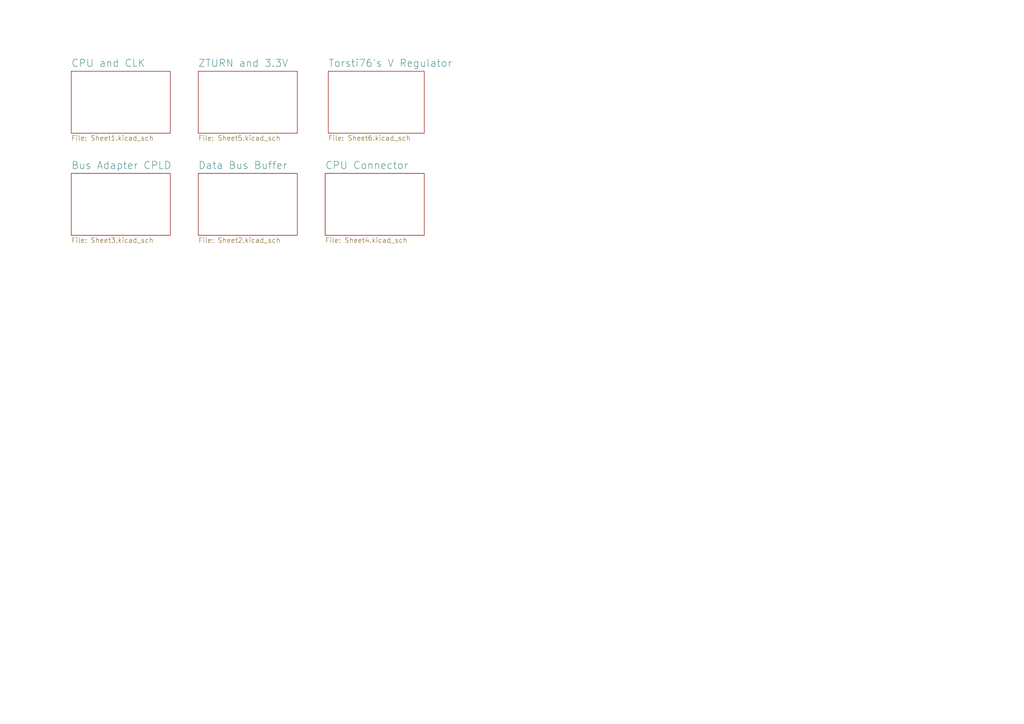
<source format=kicad_sch>
(kicad_sch (version 20230121) (generator eeschema)
  (paper "A3")
  (title_block (title "Z3660 by sHaNsHe (Double H Tech)") (date "2024-10-04") (rev "v0.22") (comment 1 "v0.21d Changed fan header to right angle and three pins") (comment 2 "v0.21e no changes in schematics") (comment 3 "v0.22 Add CPLD programing PCF8574"))
  (lib_symbols)
  (sheet (at 133.35 71.12) (size 40.64 25.4)
    (property "Sheetname" "CPU Connector" (at 133.35 69.5448 0) (effects (font (size 2.9972 2.9972)) (justify left bottom)))
    (property "Sheetfile" "Sheet4.kicad_sch" (at 133.35 97.3966 0) (effects (font (size 2 2)) (justify left top)))
  )
  (sheet (at 81.28 71.12) (size 40.64 25.4)
    (property "Sheetname" "Data Bus Buffer" (at 81.28 69.5448 0) (effects (font (size 2.9972 2.9972)) (justify left bottom)))
    (property "Sheetfile" "Sheet2.kicad_sch" (at 81.28 97.3966 0) (effects (font (size 2 2)) (justify left top)))
  )
  (sheet (at 29.21 29.21) (size 40.64 25.4)
    (property "Sheetname" "CPU and CLK" (at 29.21 27.6348 0) (effects (font (size 2.9972 2.9972)) (justify left bottom)))
    (property "Sheetfile" "Sheet1.kicad_sch" (at 29.21 55.4866 0) (effects (font (size 2 2)) (justify left top)))
  )
  (sheet (at 29.21 71.12) (size 40.64 25.4)
    (property "Sheetname" "Bus Adapter CPLD" (at 29.21 69.5448 0) (effects (font (size 2.9972 2.9972)) (justify left bottom)))
    (property "Sheetfile" "Sheet3.kicad_sch" (at 29.21 97.3966 0) (effects (font (size 2 2)) (justify left top)))
  )
  (sheet (at 81.28 29.21) (size 40.64 25.4)
    (property "Sheetname" "ZTURN and 3.3V" (at 81.28 27.6348 0) (effects (font (size 2.9972 2.9972)) (justify left bottom)))
    (property "Sheetfile" "Sheet5.kicad_sch" (at 81.28 55.4866 0) (effects (font (size 2 2)) (justify left top)))
  )
  (sheet (at 134.62 29.21) (size 39.37 25.4) (stroke (width 0.1524))
    (property "Sheetname" "Torsti76's V Regulator" (at 134.62 27.6348 0) (effects (font (size 2.9972 2.9972)) (justify left bottom)))
    (property "Sheetfile" "Sheet6.kicad_sch" (at 134.62 55.4866 0) (effects (font (size 2 2)) (justify left top)))
  )
)
</source>
